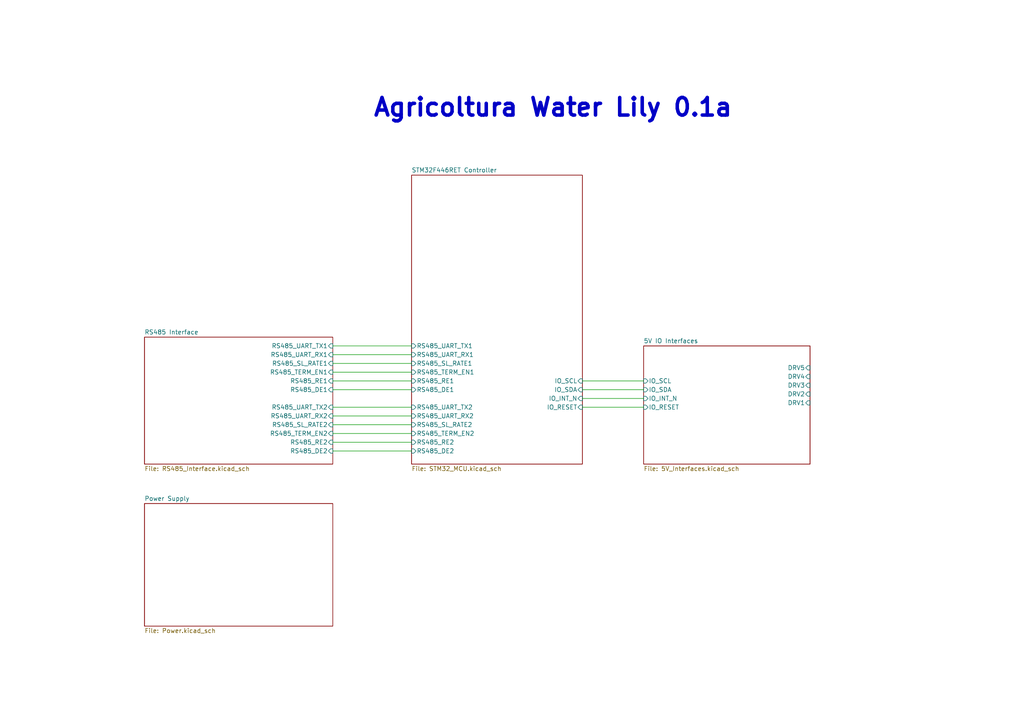
<source format=kicad_sch>
(kicad_sch
	(version 20231120)
	(generator "eeschema")
	(generator_version "8.0")
	(uuid "f7a6e4cc-d2ad-4fd1-9dd0-21a17dced7b5")
	(paper "A4")
	(lib_symbols)
	(wire
		(pts
			(xy 119.38 110.49) (xy 96.52 110.49)
		)
		(stroke
			(width 0)
			(type default)
		)
		(uuid "038ad318-73f3-45a9-a5f5-8a2401ae6136")
	)
	(wire
		(pts
			(xy 96.52 130.81) (xy 119.38 130.81)
		)
		(stroke
			(width 0)
			(type default)
		)
		(uuid "1e19b041-29e9-4374-a6ad-993c6693a9cf")
	)
	(wire
		(pts
			(xy 96.52 125.73) (xy 119.38 125.73)
		)
		(stroke
			(width 0)
			(type default)
		)
		(uuid "25752f25-a663-4dae-b5e6-1e44504bce10")
	)
	(wire
		(pts
			(xy 96.52 113.03) (xy 119.38 113.03)
		)
		(stroke
			(width 0)
			(type default)
		)
		(uuid "27e79dac-5347-404d-b586-dade5b4fe389")
	)
	(wire
		(pts
			(xy 186.69 115.57) (xy 168.91 115.57)
		)
		(stroke
			(width 0)
			(type default)
		)
		(uuid "2f9e32e4-def6-44c5-b167-d1250cfa2dcc")
	)
	(wire
		(pts
			(xy 119.38 118.11) (xy 96.52 118.11)
		)
		(stroke
			(width 0)
			(type default)
		)
		(uuid "463a64f4-ef8d-4bd0-b983-bb0c1745d9da")
	)
	(wire
		(pts
			(xy 119.38 128.27) (xy 96.52 128.27)
		)
		(stroke
			(width 0)
			(type default)
		)
		(uuid "4d058256-7262-4a80-8c57-e0034850dfbb")
	)
	(wire
		(pts
			(xy 119.38 123.19) (xy 96.52 123.19)
		)
		(stroke
			(width 0)
			(type default)
		)
		(uuid "50286f82-c568-4752-908a-255126e82029")
	)
	(wire
		(pts
			(xy 96.52 120.65) (xy 119.38 120.65)
		)
		(stroke
			(width 0)
			(type default)
		)
		(uuid "9c7fd557-7462-4cc8-bcb6-1a732c7dd73e")
	)
	(wire
		(pts
			(xy 96.52 107.95) (xy 119.38 107.95)
		)
		(stroke
			(width 0)
			(type default)
		)
		(uuid "bc007dcc-0151-42e5-84b4-7243fe2b441a")
	)
	(wire
		(pts
			(xy 168.91 118.11) (xy 186.69 118.11)
		)
		(stroke
			(width 0)
			(type default)
		)
		(uuid "cc196a14-2c90-431d-a3a7-6d580c228b15")
	)
	(wire
		(pts
			(xy 119.38 105.41) (xy 96.52 105.41)
		)
		(stroke
			(width 0)
			(type default)
		)
		(uuid "d0480f0a-c0f0-480c-84ca-8518e631a6ee")
	)
	(wire
		(pts
			(xy 186.69 113.03) (xy 168.91 113.03)
		)
		(stroke
			(width 0)
			(type default)
		)
		(uuid "e0fc978a-1c02-416d-81f4-111d5ce3e741")
	)
	(wire
		(pts
			(xy 119.38 102.87) (xy 96.52 102.87)
		)
		(stroke
			(width 0)
			(type default)
		)
		(uuid "e8e0aaf8-da85-4244-9243-f85adacf4aea")
	)
	(wire
		(pts
			(xy 186.69 110.49) (xy 168.91 110.49)
		)
		(stroke
			(width 0)
			(type default)
		)
		(uuid "eab14e5c-cde0-4ce4-95ac-6facf658d91d")
	)
	(wire
		(pts
			(xy 96.52 100.33) (xy 119.38 100.33)
		)
		(stroke
			(width 0)
			(type default)
		)
		(uuid "f33e3305-77ab-4154-b382-e59baf69745b")
	)
	(text "Agricoltura Water Lily 0.1a"
		(exclude_from_sim no)
		(at 107.95 34.29 0)
		(effects
			(font
				(size 5.08 5.08)
				(thickness 1.016)
				(bold yes)
			)
			(justify left bottom)
		)
		(uuid "e24df8be-ddae-4d3c-9a41-aeee6caa4b0f")
	)
	(sheet
		(at 119.38 50.8)
		(size 49.53 83.82)
		(fields_autoplaced yes)
		(stroke
			(width 0)
			(type solid)
		)
		(fill
			(color 0 0 0 0.0000)
		)
		(uuid "00000000-0000-0000-0000-00005ee8264d")
		(property "Sheetname" "STM32F446RET Controller"
			(at 119.38 50.0884 0)
			(effects
				(font
					(size 1.27 1.27)
				)
				(justify left bottom)
			)
		)
		(property "Sheetfile" "STM32_MCU.kicad_sch"
			(at 119.38 135.2046 0)
			(effects
				(font
					(size 1.27 1.27)
				)
				(justify left top)
			)
		)
		(pin "RS485_UART_TX1" input
			(at 119.38 100.33 180)
			(effects
				(font
					(size 1.27 1.27)
				)
				(justify left)
			)
			(uuid "db261f32-310a-428b-8d2e-2a652a86a6e0")
		)
		(pin "RS485_UART_RX1" input
			(at 119.38 102.87 180)
			(effects
				(font
					(size 1.27 1.27)
				)
				(justify left)
			)
			(uuid "2a6d807a-7dc8-457f-8d1e-ec743c091816")
		)
		(pin "RS485_UART_TX2" input
			(at 119.38 118.11 180)
			(effects
				(font
					(size 1.27 1.27)
				)
				(justify left)
			)
			(uuid "23028629-ec14-4cfd-b606-71549e5601c9")
		)
		(pin "RS485_UART_RX2" input
			(at 119.38 120.65 180)
			(effects
				(font
					(size 1.27 1.27)
				)
				(justify left)
			)
			(uuid "811548f8-1255-4314-9105-9ef51ebcf61a")
		)
		(pin "RS485_DE1" input
			(at 119.38 113.03 180)
			(effects
				(font
					(size 1.27 1.27)
				)
				(justify left)
			)
			(uuid "cb17c7b0-4c10-4135-b29f-9a13a3451d07")
		)
		(pin "RS485_DE2" input
			(at 119.38 130.81 180)
			(effects
				(font
					(size 1.27 1.27)
				)
				(justify left)
			)
			(uuid "96789cef-de7b-4320-86ad-a056064b6dad")
		)
		(pin "RS485_TERM_EN1" input
			(at 119.38 107.95 180)
			(effects
				(font
					(size 1.27 1.27)
				)
				(justify left)
			)
			(uuid "57d1968b-0af6-45d3-9b67-617cd9072ce5")
		)
		(pin "RS485_SL_RATE1" input
			(at 119.38 105.41 180)
			(effects
				(font
					(size 1.27 1.27)
				)
				(justify left)
			)
			(uuid "0b98d061-cc4a-4951-9b42-d91991bb1265")
		)
		(pin "RS485_RE1" input
			(at 119.38 110.49 180)
			(effects
				(font
					(size 1.27 1.27)
				)
				(justify left)
			)
			(uuid "f9293f38-83b3-4991-855d-b43b9dead94a")
		)
		(pin "RS485_SL_RATE2" input
			(at 119.38 123.19 180)
			(effects
				(font
					(size 1.27 1.27)
				)
				(justify left)
			)
			(uuid "1c78fd54-61c6-4e58-a25d-93116bab4cee")
		)
		(pin "RS485_RE2" input
			(at 119.38 128.27 180)
			(effects
				(font
					(size 1.27 1.27)
				)
				(justify left)
			)
			(uuid "0ebe4546-0282-43c7-a15f-265458ac963d")
		)
		(pin "RS485_TERM_EN2" input
			(at 119.38 125.73 180)
			(effects
				(font
					(size 1.27 1.27)
				)
				(justify left)
			)
			(uuid "4768355e-8f3d-4b1a-845f-bcd819818223")
		)
		(pin "IO_SCL" input
			(at 168.91 110.49 0)
			(effects
				(font
					(size 1.27 1.27)
				)
				(justify right)
			)
			(uuid "0cbb2fca-38f1-40e0-8a72-a85c97c22915")
		)
		(pin "IO_SDA" input
			(at 168.91 113.03 0)
			(effects
				(font
					(size 1.27 1.27)
				)
				(justify right)
			)
			(uuid "921dfead-1825-47d5-9900-f2e006a6faf7")
		)
		(pin "IO_INT_N" input
			(at 168.91 115.57 0)
			(effects
				(font
					(size 1.27 1.27)
				)
				(justify right)
			)
			(uuid "fc5bd9b5-884b-4f08-b253-d38d77b715bf")
		)
		(pin "IO_RESET" input
			(at 168.91 118.11 0)
			(effects
				(font
					(size 1.27 1.27)
				)
				(justify right)
			)
			(uuid "6b146cf6-eb51-4e47-a983-596dd45a1368")
		)
		(instances
			(project "agricoltura-water-lily"
				(path "/f7a6e4cc-d2ad-4fd1-9dd0-21a17dced7b5"
					(page "4")
				)
			)
		)
	)
	(sheet
		(at 41.91 146.05)
		(size 54.61 35.56)
		(fields_autoplaced yes)
		(stroke
			(width 0)
			(type solid)
		)
		(fill
			(color 0 0 0 0.0000)
		)
		(uuid "00000000-0000-0000-0000-00005ee8280d")
		(property "Sheetname" "Power Supply"
			(at 41.91 145.3384 0)
			(effects
				(font
					(size 1.27 1.27)
				)
				(justify left bottom)
			)
		)
		(property "Sheetfile" "Power.kicad_sch"
			(at 41.91 182.1946 0)
			(effects
				(font
					(size 1.27 1.27)
				)
				(justify left top)
			)
		)
		(instances
			(project "agricoltura-water-lily"
				(path "/f7a6e4cc-d2ad-4fd1-9dd0-21a17dced7b5"
					(page "3")
				)
			)
		)
	)
	(sheet
		(at 41.91 97.79)
		(size 54.61 36.83)
		(fields_autoplaced yes)
		(stroke
			(width 0)
			(type solid)
		)
		(fill
			(color 0 0 0 0.0000)
		)
		(uuid "00000000-0000-0000-0000-00005ee82896")
		(property "Sheetname" "RS485 Interface"
			(at 41.91 97.0784 0)
			(effects
				(font
					(size 1.27 1.27)
				)
				(justify left bottom)
			)
		)
		(property "Sheetfile" "RS485_Interface.kicad_sch"
			(at 41.91 135.2046 0)
			(effects
				(font
					(size 1.27 1.27)
				)
				(justify left top)
			)
		)
		(pin "RS485_UART_TX1" input
			(at 96.52 100.33 0)
			(effects
				(font
					(size 1.27 1.27)
				)
				(justify right)
			)
			(uuid "47a0d3ca-e104-442c-8b13-15624e692018")
		)
		(pin "RS485_UART_RX1" input
			(at 96.52 102.87 0)
			(effects
				(font
					(size 1.27 1.27)
				)
				(justify right)
			)
			(uuid "dd71a107-51b9-4a80-85e1-eb6f2d198f94")
		)
		(pin "RS485_UART_TX2" input
			(at 96.52 118.11 0)
			(effects
				(font
					(size 1.27 1.27)
				)
				(justify right)
			)
			(uuid "9931eb72-fea2-4309-940a-3b5c49266120")
		)
		(pin "RS485_UART_RX2" input
			(at 96.52 120.65 0)
			(effects
				(font
					(size 1.27 1.27)
				)
				(justify right)
			)
			(uuid "7bcded8f-32bf-449e-96f7-31aeb321d516")
		)
		(pin "RS485_DE2" input
			(at 96.52 130.81 0)
			(effects
				(font
					(size 1.27 1.27)
				)
				(justify right)
			)
			(uuid "f8fe65bc-1dd9-49f4-93a0-efbb7217b5c2")
		)
		(pin "RS485_DE1" input
			(at 96.52 113.03 0)
			(effects
				(font
					(size 1.27 1.27)
				)
				(justify right)
			)
			(uuid "a496195b-c241-454a-895f-6179c1ba4966")
		)
		(pin "RS485_SL_RATE2" input
			(at 96.52 123.19 0)
			(effects
				(font
					(size 1.27 1.27)
				)
				(justify right)
			)
			(uuid "ecadd4a8-ad9b-4f74-97f1-fdecc666b468")
		)
		(pin "RS485_SL_RATE1" input
			(at 96.52 105.41 0)
			(effects
				(font
					(size 1.27 1.27)
				)
				(justify right)
			)
			(uuid "ae0c11d3-fe8a-4666-a5c8-e58a5d383c20")
		)
		(pin "RS485_TERM_EN1" input
			(at 96.52 107.95 0)
			(effects
				(font
					(size 1.27 1.27)
				)
				(justify right)
			)
			(uuid "53dcdc0d-acfe-4ee1-99b4-edbf2245324a")
		)
		(pin "RS485_RE1" input
			(at 96.52 110.49 0)
			(effects
				(font
					(size 1.27 1.27)
				)
				(justify right)
			)
			(uuid "597e3a7d-97b2-458a-854c-1135ef60b9b8")
		)
		(pin "RS485_RE2" input
			(at 96.52 128.27 0)
			(effects
				(font
					(size 1.27 1.27)
				)
				(justify right)
			)
			(uuid "21973416-2ef1-40d6-b687-f2d751ad200c")
		)
		(pin "RS485_TERM_EN2" input
			(at 96.52 125.73 0)
			(effects
				(font
					(size 1.27 1.27)
				)
				(justify right)
			)
			(uuid "4ccd8f5a-b16a-4918-b059-e73d8e1404d8")
		)
		(instances
			(project "agricoltura-water-lily"
				(path "/f7a6e4cc-d2ad-4fd1-9dd0-21a17dced7b5"
					(page "2")
				)
			)
		)
	)
	(sheet
		(at 186.69 100.33)
		(size 48.26 34.29)
		(fields_autoplaced yes)
		(stroke
			(width 0)
			(type solid)
		)
		(fill
			(color 0 0 0 0.0000)
		)
		(uuid "00000000-0000-0000-0000-00005ef943a9")
		(property "Sheetname" "5V IO Interfaces"
			(at 186.69 99.6184 0)
			(effects
				(font
					(size 1.27 1.27)
				)
				(justify left bottom)
			)
		)
		(property "Sheetfile" "5V_Interfaces.kicad_sch"
			(at 186.69 135.2046 0)
			(effects
				(font
					(size 1.27 1.27)
				)
				(justify left top)
			)
		)
		(pin "IO_SCL" input
			(at 186.69 110.49 180)
			(effects
				(font
					(size 1.27 1.27)
				)
				(justify left)
			)
			(uuid "39c93345-07de-43ad-9eb0-23316c08cbf3")
		)
		(pin "IO_SDA" input
			(at 186.69 113.03 180)
			(effects
				(font
					(size 1.27 1.27)
				)
				(justify left)
			)
			(uuid "242e3eed-59f7-4949-a0bd-e7f5a63db6b2")
		)
		(pin "IO_INT_N" input
			(at 186.69 115.57 180)
			(effects
				(font
					(size 1.27 1.27)
				)
				(justify left)
			)
			(uuid "cb8f9077-2fc7-4fd0-ad61-ca624762ef2a")
		)
		(pin "IO_RESET" input
			(at 186.69 118.11 180)
			(effects
				(font
					(size 1.27 1.27)
				)
				(justify left)
			)
			(uuid "64e448b8-7bfd-423f-92ea-38976ea3c80a")
		)
		(pin "DRV4" input
			(at 234.95 109.22 0)
			(effects
				(font
					(size 1.27 1.27)
				)
				(justify right)
			)
			(uuid "6f81144f-7a02-4edf-9e74-5ec8a14be6b1")
		)
		(pin "DRV3" input
			(at 234.95 111.76 0)
			(effects
				(font
					(size 1.27 1.27)
				)
				(justify right)
			)
			(uuid "6dc06cd4-fa17-46b4-bdba-dee01b144150")
		)
		(pin "DRV2" input
			(at 234.95 114.3 0)
			(effects
				(font
					(size 1.27 1.27)
				)
				(justify right)
			)
			(uuid "6f69ea4e-64f4-4e90-b8d3-868bd79eacee")
		)
		(pin "DRV1" input
			(at 234.95 116.84 0)
			(effects
				(font
					(size 1.27 1.27)
				)
				(justify right)
			)
			(uuid "b3674df6-cc42-4296-85d6-94e299b00652")
		)
		(pin "DRV5" input
			(at 234.95 106.68 0)
			(effects
				(font
					(size 1.27 1.27)
				)
				(justify right)
			)
			(uuid "c7d4c6af-d3e5-41d2-8cc6-5e845d97d788")
		)
		(instances
			(project "agricoltura-water-lily"
				(path "/f7a6e4cc-d2ad-4fd1-9dd0-21a17dced7b5"
					(page "6")
				)
			)
		)
	)
	(sheet_instances
		(path "/"
			(page "1")
		)
	)
)
</source>
